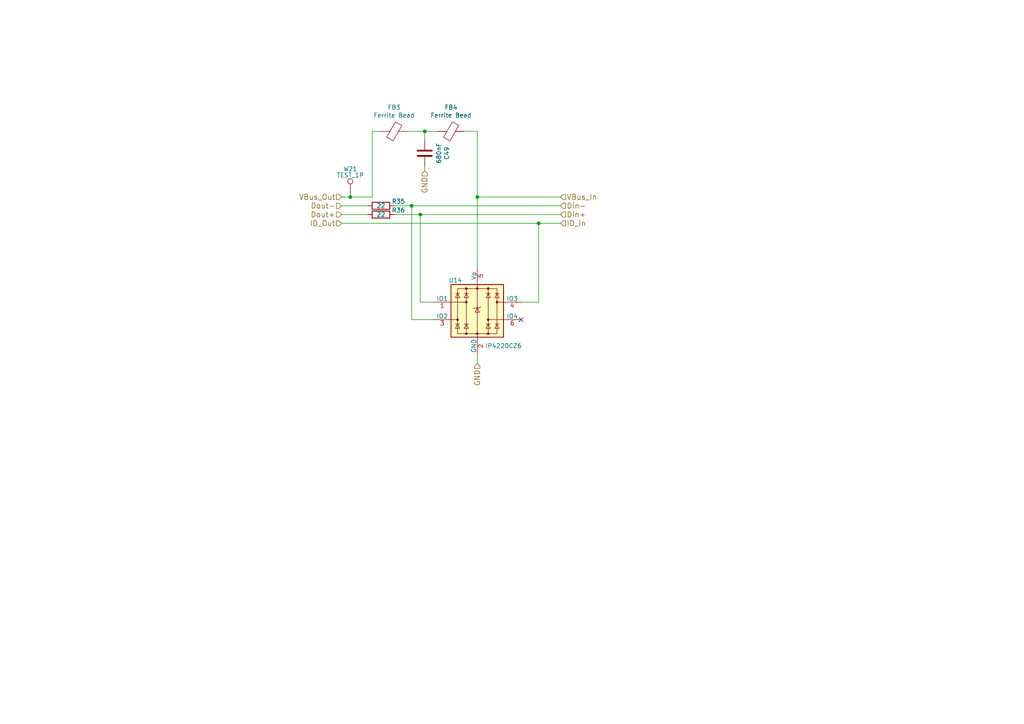
<source format=kicad_sch>
(kicad_sch (version 20231120) (generator "eeschema") (generator_version "8.0")
  (paper "A4")
  (lib_symbols
    (symbol "Connector:TestPoint" (pin_numbers hide) (pin_names (offset 0.762) hide)
      (property "Reference" "TP" (at 0 6.858 0))
      (property "Value" "TestPoint" (at 0 5.08 0))
      (symbol "TestPoint_0_1"
        (circle (center 0 3.302) (radius 0.762))
      )
      (symbol "TestPoint_1_1"
        (pin passive line (at 0 0 90) (length 2.54) (name "1") (number "1"))
      )
    )
    (symbol "Device:C" (pin_numbers hide) (pin_names (offset 0.254))
      (property "Reference" "C" (at 0.635 2.54 0))
      (property "Value" "C" (at 0.635 -2.54 0))
      (symbol "C_0_1"
        (polyline (pts (xy -2.032 -0.762) (xy 2.032 -0.762)) (stroke (width 0.508)))
        (polyline (pts (xy -2.032 0.762) (xy 2.032 0.762)) (stroke (width 0.508)))
      )
      (symbol "C_1_1"
        (pin passive line (at 0 3.81 270) (length 2.794) (name "~") (number "1"))
        (pin passive line (at 0 -3.81 90) (length 2.794) (name "~") (number "2"))
      )
    )
    (symbol "Device:R" (pin_numbers hide) (pin_names (offset 0))
      (property "Reference" "R" (at 2.032 0 90))
      (property "Value" "R" (at 0 0 90))
      (symbol "R_0_1"
        (rectangle (start -1.016 -2.54) (end 1.016 2.54) (stroke (width 0.254)))
      )
      (symbol "R_1_1"
        (pin passive line (at 0 3.81 270) (length 1.27) (name "~") (number "1"))
        (pin passive line (at 0 -3.81 90) (length 1.27) (name "~") (number "2"))
      )
    )
    (symbol "RadIIS_Mainboard-rescue:Ferrite_Bead-Device" (pin_numbers hide) (pin_names (offset 0))
      (property "Reference" "FB" (at -3.81 0.635 90))
      (property "Value" "Ferrite_Bead-Device" (at 3.81 0 90))
      (symbol "Ferrite_Bead-Device_0_1"
        (polyline (pts (xy 0 -1.27) (xy 0 -1.2192)))
        (polyline (pts (xy 0 1.27) (xy 0 1.2954)))
        (polyline (pts (xy -2.7686 0.4064) (xy -1.7018 2.2606) (xy 2.7686 -0.3048) (xy 1.6764 -2.159) (xy -2.7686 0.4064)))
      )
      (symbol "Ferrite_Bead-Device_1_1"
        (pin passive line (at 0 3.81 270) (length 2.54) (name "~") (number "1"))
        (pin passive line (at 0 -3.81 90) (length 2.54) (name "~") (number "2"))
      )
    )
    (symbol "RadIIS_Mainboard:IP4220CZ6" (pin_names (offset 0))
      (property "Reference" "U" (at -6.35 8.89 0))
      (property "Value" "IP4220CZ6" (at 8.89 -10.16 0))
      (symbol "IP4220CZ6_0_0"
        (rectangle (start -5.715 6.477) (end 5.715 -6.604))
        (polyline (pts (xy -3.175 -6.604) (xy -3.175 6.477)))
        (polyline (pts (xy 0 6.477) (xy 0 -6.604)))
        (polyline (pts (xy 3.175 6.477) (xy 3.175 -6.604)))
      )
      (symbol "IP4220CZ6_0_1"
        (rectangle (start -7.62 7.62) (end 7.62 -7.62) (stroke (width 0.254)) (fill (type background)))
        (circle (center -5.715 -2.54) (radius 0.2794) (fill (type outline)))
        (circle (center -3.175 -6.604) (radius 0.2794) (fill (type outline)))
        (circle (center -3.175 2.54) (radius 0.2794) (fill (type outline)))
        (circle (center -3.175 6.477) (radius 0.2794) (fill (type outline)))
        (circle (center 0 -6.604) (radius 0.2794) (fill (type outline)))
        (polyline (pts (xy -7.747 2.54) (xy -3.175 2.54)))
        (polyline (pts (xy -7.62 -2.54) (xy -5.715 -2.54)))
        (polyline (pts (xy -5.08 -3.81) (xy -6.35 -3.81)))
        (polyline (pts (xy -5.08 5.08) (xy -6.35 5.08)))
        (polyline (pts (xy -2.54 -3.81) (xy -3.81 -3.81)))
        (polyline (pts (xy -2.54 5.08) (xy -3.81 5.08)))
        (polyline (pts (xy -0.635 0.889) (xy -1.016 0.635)))
        (polyline (pts (xy 0 -6.604) (xy 0 -7.62)))
        (polyline (pts (xy 0 6.35) (xy 0 7.62)))
        (polyline (pts (xy 0.635 0.889) (xy -0.635 0.889)))
        (polyline (pts (xy 0.635 0.889) (xy 1.016 1.143)))
        (polyline (pts (xy 3.81 -3.81) (xy 2.54 -3.81)))
        (polyline (pts (xy 3.81 5.08) (xy 2.54 5.08)))
        (polyline (pts (xy 6.35 -3.81) (xy 5.08 -3.81)))
        (polyline (pts (xy 6.35 5.08) (xy 5.08 5.08)))
        (polyline (pts (xy 7.62 -2.54) (xy 3.175 -2.54)))
        (polyline (pts (xy 7.62 2.54) (xy 5.715 2.54)))
        (polyline (pts (xy -5.08 -5.08) (xy -6.35 -5.08) (xy -5.715 -3.81) (xy -5.08 -5.08)))
        (polyline (pts (xy -5.08 3.81) (xy -6.35 3.81) (xy -5.715 5.08) (xy -5.08 3.81)))
        (polyline (pts (xy -2.54 -5.08) (xy -3.81 -5.08) (xy -3.175 -3.81) (xy -2.54 -5.08)))
        (polyline (pts (xy -2.54 3.81) (xy -3.81 3.81) (xy -3.175 5.08) (xy -2.54 3.81)))
        (polyline (pts (xy 0.635 -0.381) (xy -0.635 -0.381) (xy 0 0.889) (xy 0.635 -0.381)))
        (polyline (pts (xy 3.81 -5.08) (xy 2.54 -5.08) (xy 3.175 -3.81) (xy 3.81 -5.08)))
        (polyline (pts (xy 3.81 3.81) (xy 2.54 3.81) (xy 3.175 5.08) (xy 3.81 3.81)))
        (polyline (pts (xy 6.35 -5.08) (xy 5.08 -5.08) (xy 5.715 -3.81) (xy 6.35 -5.08)))
        (polyline (pts (xy 6.35 3.81) (xy 5.08 3.81) (xy 5.715 5.08) (xy 6.35 3.81)))
        (circle (center 0 6.477) (radius 0.2794) (fill (type outline)))
        (circle (center 3.175 -6.604) (radius 0.2794) (fill (type outline)))
        (circle (center 3.175 -2.54) (radius 0.2794) (fill (type outline)))
        (circle (center 3.175 6.477) (radius 0.2794) (fill (type outline)))
        (circle (center 5.715 2.54) (radius 0.2794) (fill (type outline)))
      )
      (symbol "IP4220CZ6_1_1"
        (pin passive line (at -12.7 2.54 0) (length 5.08) (name "IO1") (number "1"))
        (pin power_in line (at 0 -12.7 90) (length 5.08) (name "GND") (number "2"))
        (pin passive line (at -12.7 -2.54 0) (length 5.08) (name "IO2") (number "3"))
        (pin passive line (at 12.7 2.54 180) (length 5.08) (name "IO3") (number "4"))
        (pin power_in line (at 0 12.7 270) (length 5.08) (name "Vp") (number "5"))
        (pin passive line (at 12.7 -2.54 180) (length 5.08) (name "IO4") (number "6"))
      )
    )
  )
  (junction (at 123.19 38.1))
  (junction (at 156.21 64.77))
  (junction (at 119.38 59.69))
  (junction (at 101.6 57.15))
  (junction (at 138.43 57.15))
  (junction (at 121.92 62.23))
  (no_connect (at 151.13 92.71))
  (wire (pts (xy 121.92 62.23) (xy 162.56 62.23)))
  (wire (pts (xy 123.19 38.1) (xy 118.11 38.1)))
  (wire (pts (xy 138.43 38.1) (xy 134.62 38.1)))
  (wire (pts (xy 123.19 48.26) (xy 123.19 49.53)))
  (wire (pts (xy 138.43 102.87) (xy 138.43 105.41)))
  (wire (pts (xy 125.73 92.71) (xy 119.38 92.71)))
  (wire (pts (xy 121.92 87.63) (xy 121.92 62.23)))
  (wire (pts (xy 99.06 62.23) (xy 106.68 62.23)))
  (wire (pts (xy 99.06 64.77) (xy 156.21 64.77)))
  (wire (pts (xy 156.21 87.63) (xy 156.21 64.77)))
  (wire (pts (xy 151.13 87.63) (xy 156.21 87.63)))
  (wire (pts (xy 110.49 38.1) (xy 107.95 38.1)))
  (wire (pts (xy 125.73 87.63) (xy 121.92 87.63)))
  (wire (pts (xy 156.21 64.77) (xy 162.56 64.77)))
  (wire (pts (xy 119.38 59.69) (xy 162.56 59.69)))
  (wire (pts (xy 119.38 92.71) (xy 119.38 59.69)))
  (wire (pts (xy 101.6 57.15) (xy 99.06 57.15)))
  (wire (pts (xy 138.43 57.15) (xy 162.56 57.15)))
  (wire (pts (xy 114.3 62.23) (xy 121.92 62.23)))
  (wire (pts (xy 101.6 57.15) (xy 101.6 55.88)))
  (wire (pts (xy 123.19 40.64) (xy 123.19 38.1)))
  (wire (pts (xy 114.3 59.69) (xy 119.38 59.69)))
  (wire (pts (xy 138.43 57.15) (xy 138.43 77.47)))
  (wire (pts (xy 138.43 38.1) (xy 138.43 57.15)))
  (wire (pts (xy 107.95 38.1) (xy 107.95 57.15)))
  (wire (pts (xy 127 38.1) (xy 123.19 38.1)))
  (wire (pts (xy 106.68 59.69) (xy 99.06 59.69)))
  (wire (pts (xy 101.6 57.15) (xy 107.95 57.15)))
  (hierarchical_label "Din+" (shape input) (at 162.56 62.23 0) (effects (font (size 1.524 1.524))))
  (hierarchical_label "Din-" (shape input) (at 162.56 59.69 0) (effects (font (size 1.524 1.524))))
  (hierarchical_label "Dout-" (shape input) (at 99.06 59.69 180) (effects (font (size 1.524 1.524))))
  (hierarchical_label "VBus_Out" (shape input) (at 99.06 57.15 180) (effects (font (size 1.524 1.524))))
  (hierarchical_label "GND" (shape input) (at 138.43 105.41 270) (effects (font (size 1.524 1.524))))
  (hierarchical_label "GND" (shape input) (at 123.19 49.53 270) (effects (font (size 1.524 1.524))))
  (hierarchical_label "ID_In" (shape input) (at 162.56 64.77 0) (effects (font (size 1.524 1.524))))
  (hierarchical_label "Dout+" (shape input) (at 99.06 62.23 180) (effects (font (size 1.524 1.524))))
  (hierarchical_label "ID_Out" (shape input) (at 99.06 64.77 180) (effects (font (size 1.524 1.524))))
  (hierarchical_label "VBus_In" (shape input) (at 162.56 57.15 0) (effects (font (size 1.524 1.524))))
  (symbol (lib_id "Device:R") (at 110.49 59.69 270) (unit 1)
    (property "Reference" "R35" (at 115.57 58.42 90))
    (property "Value" "22" (at 110.49 59.69 90))
    (property "Footprint" "Resistor_SMD:R_0603_1608Metric" (effects (hide yes)))
    (property "Digikey Nr" "311-22.0HRCT-ND" (effects (hide yes)))
    (property "Digikey Price" "0.09" (effects (hide yes)))
  )
  (symbol (lib_id "Device:R") (at 110.49 62.23 270) (unit 1)
    (property "Reference" "R36" (at 115.57 60.96 90))
    (property "Value" "22" (at 110.49 62.23 90))
    (property "Footprint" "Resistor_SMD:R_0603_1608Metric" (effects (hide yes)))
    (property "Digikey Nr" "311-22.0HRCT-ND" (effects (hide yes)))
    (property "Digikey Price" "0.09" (effects (hide yes)))
  )
  (symbol (lib_id "Connector:TestPoint") (at 101.6 55.88 0) (unit 1)
    (property "Reference" "W21" (at 101.6 49.022 0))
    (property "Value" "TEST_1P" (at 101.6 50.8 0))
    (property "Footprint" "TestPoint:TestPoint_Pad_D1.0mm" (effects (hide yes)))
    (property "Digikey Nr" "NA" (effects (hide yes)))
  )
  (symbol (lib_id "RadIIS_Mainboard:IP4220CZ6") (at 138.43 90.17 0) (unit 1)
    (property "Reference" "U14" (at 132.08 81.28 0))
    (property "Value" "IP4220CZ6" (at 146.05 100.33 0))
    (property "Footprint" "RadIIS_Mainboard:SC-74" (effects (hide yes)))
    (property "Datasheet" "https://assets.nexperia.com/documents/data-sheet/IP4220CZ6.pdf" (effects (hide yes)))
    (property "Digikey Nr" "1727-3578-1-ND" (effects (hide yes)))
    (property "Digikey Price" "0.37" (effects (hide yes)))
  )
  (symbol (lib_id "Device:C") (at 123.19 44.45 180) (unit 1)
    (property "Reference" "C49" (at 129.5908 44.45 90))
    (property "Value" "680nF" (at 127.2794 44.45 90))
    (property "Footprint" "Capacitor_SMD:C_0603_1608Metric" (effects (hide yes)))
    (property "Digikey Nr" "732-7970-1-ND" (effects (hide yes)))
    (property "Digikey Price" "0.13" (effects (hide yes)))
  )
  (symbol (lib_id "RadIIS_Mainboard-rescue:Ferrite_Bead-Device") (at 130.81 38.1 270) (unit 1)
    (property "Reference" "FB4" (at 130.81 31.1404 90))
    (property "Value" "Ferrite Bead" (at 130.81 33.4518 90))
    (property "Footprint" "Inductor_SMD:L_0603_1608Metric" (effects (hide yes)))
    (property "Datasheet" "https://katalog.we-online.de/pbs/datasheet/742792651.pdf" (effects (hide yes)))
    (property "Digikey Nr" " 732-1593-1-ND" (effects (hide yes)))
    (property "Digikey Price" "0.13" (effects (hide yes)))
  )
  (symbol (lib_id "RadIIS_Mainboard-rescue:Ferrite_Bead-Device") (at 114.3 38.1 270) (unit 1)
    (property "Reference" "FB3" (at 114.3 31.1404 90))
    (property "Value" "Ferrite Bead" (at 114.3 33.4518 90))
    (property "Footprint" "Inductor_SMD:L_0603_1608Metric" (effects (hide yes)))
    (property "Datasheet" "https://katalog.we-online.de/pbs/datasheet/742792651.pdf" (effects (hide yes)))
    (property "Digikey Nr" " 732-1593-1-ND" (effects (hide yes)))
    (property "Digikey Price" "0.13" (effects (hide yes)))
  )
)
</source>
